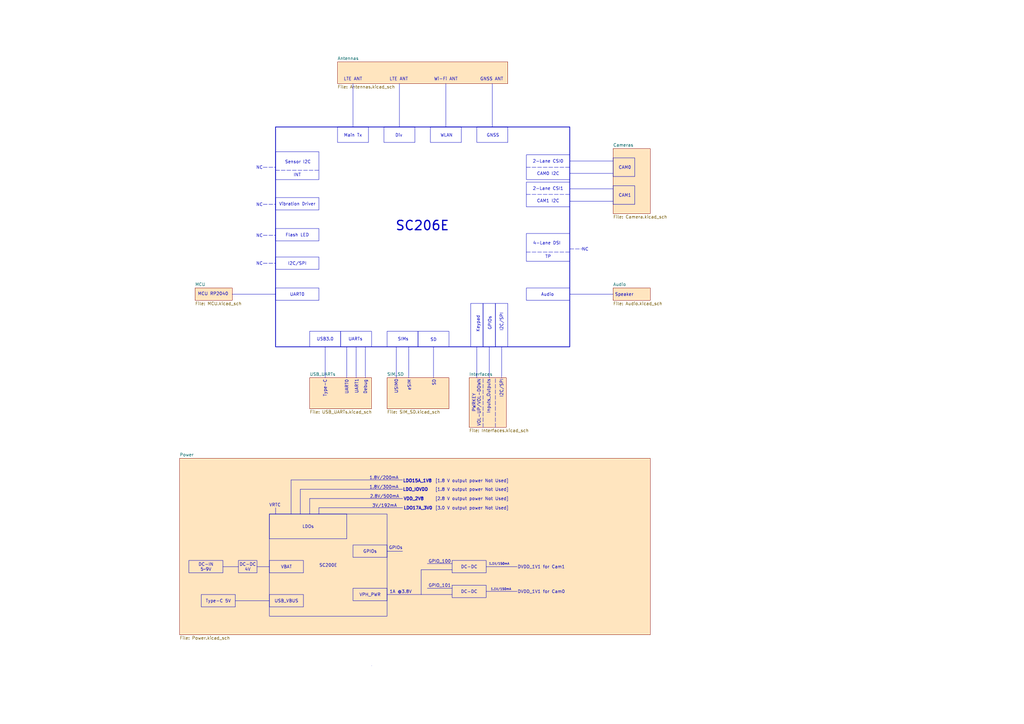
<source format=kicad_sch>
(kicad_sch
	(version 20250114)
	(generator "eeschema")
	(generator_version "9.0")
	(uuid "38605b01-fdd9-41de-8a8b-501279ee3e8a")
	(paper "A3")
	(title_block
		(title "Block Diagram")
		(date "2025-10-07")
		(rev "v1.0")
		(company "Author: Mehmet Cihangir")
		(comment 1 "CamTracker")
	)
	(lib_symbols)
	(rectangle
		(start 203.2 142.24)
		(end 208.28 124.46)
		(stroke
			(width 0)
			(type default)
		)
		(fill
			(type none)
		)
		(uuid 06eb6bfd-6b87-4fdf-be9b-5b30587b9ac8)
	)
	(rectangle
		(start 215.9 95.758)
		(end 233.68 107.188)
		(stroke
			(width 0)
			(type default)
		)
		(fill
			(type none)
		)
		(uuid 08a15d82-fb27-4680-809c-a36d40f2b2ca)
	)
	(rectangle
		(start 215.9 63.5)
		(end 233.68 73.66)
		(stroke
			(width 0)
			(type default)
		)
		(fill
			(type none)
		)
		(uuid 0d4a0147-171c-4226-a122-7528edbc5801)
	)
	(rectangle
		(start 251.46 64.77)
		(end 260.35 72.39)
		(stroke
			(width 0)
			(type default)
		)
		(fill
			(type none)
		)
		(uuid 0f2785e8-6032-4b30-8c84-28a6ce86873b)
	)
	(rectangle
		(start 157.48 52.07)
		(end 170.18 58.42)
		(stroke
			(width 0)
			(type default)
		)
		(fill
			(type none)
		)
		(uuid 1a9399be-39ee-47e5-ab7a-3cffcf5ffb18)
	)
	(rectangle
		(start 127 135.89)
		(end 139.7 142.24)
		(stroke
			(width 0)
			(type default)
		)
		(fill
			(type none)
		)
		(uuid 35c707c8-ceba-45cd-8350-77a6091fd2d5)
	)
	(rectangle
		(start 138.43 52.07)
		(end 151.13 58.42)
		(stroke
			(width 0)
			(type default)
		)
		(fill
			(type none)
		)
		(uuid 3a665ecc-6b77-4016-b0aa-e32053c2a810)
	)
	(rectangle
		(start 193.04 142.24)
		(end 198.12 124.46)
		(stroke
			(width 0)
			(type default)
		)
		(fill
			(type none)
		)
		(uuid 42dedb4e-8c15-4060-9615-c76912339b02)
	)
	(rectangle
		(start 195.58 52.07)
		(end 208.28 58.42)
		(stroke
			(width 0)
			(type default)
		)
		(fill
			(type none)
		)
		(uuid 48fa00a0-befa-4039-97ee-d145857ccf24)
	)
	(rectangle
		(start 171.45 135.89)
		(end 184.15 142.24)
		(stroke
			(width 0)
			(type default)
		)
		(fill
			(type none)
		)
		(uuid 4b0ff5cf-6b63-4cc1-bd01-308592269784)
	)
	(rectangle
		(start 198.12 142.24)
		(end 203.2 124.46)
		(stroke
			(width 0)
			(type default)
		)
		(fill
			(type none)
		)
		(uuid 5f378be5-25c8-4c26-98f6-5392dda29f32)
	)
	(rectangle
		(start 113.03 93.726)
		(end 130.81 98.806)
		(stroke
			(width 0)
			(type default)
		)
		(fill
			(type none)
		)
		(uuid 60bd649b-5a24-410f-9e41-159b4ef5672b)
	)
	(rectangle
		(start 113.03 62.23)
		(end 130.81 73.66)
		(stroke
			(width 0)
			(type default)
		)
		(fill
			(type none)
		)
		(uuid 636512c8-ead9-46ea-9470-04c6efdd326a)
	)
	(rectangle
		(start 251.46 76.2)
		(end 260.35 83.82)
		(stroke
			(width 0)
			(type default)
		)
		(fill
			(type none)
		)
		(uuid 6b629262-0e48-4d4f-bd58-f25d5554477f)
	)
	(rectangle
		(start 113.03 52.07)
		(end 233.68 142.24)
		(stroke
			(width 0.3048)
			(type solid)
		)
		(fill
			(type none)
		)
		(uuid 7ca802a5-416c-4b3e-b4fc-b970288bec98)
	)
	(rectangle
		(start 215.9 118.11)
		(end 233.68 123.19)
		(stroke
			(width 0)
			(type default)
		)
		(fill
			(type none)
		)
		(uuid 83821aeb-451c-4d79-a0cd-ed86e59b3390)
	)
	(rectangle
		(start 139.7 135.89)
		(end 152.4 142.24)
		(stroke
			(width 0)
			(type default)
		)
		(fill
			(type none)
		)
		(uuid 88b0957f-274c-49a5-b084-9bbcc75d5bfe)
	)
	(rectangle
		(start 215.9 74.676)
		(end 233.68 84.836)
		(stroke
			(width 0)
			(type default)
		)
		(fill
			(type none)
		)
		(uuid ac9547ea-1705-4565-9c8d-372460fe09a3)
	)
	(rectangle
		(start 158.75 135.89)
		(end 171.45 142.24)
		(stroke
			(width 0)
			(type default)
		)
		(fill
			(type none)
		)
		(uuid b56df447-4b05-4dbf-b5f8-c31e75a41301)
	)
	(rectangle
		(start 176.53 52.07)
		(end 189.23 58.42)
		(stroke
			(width 0)
			(type default)
		)
		(fill
			(type none)
		)
		(uuid e4e03e68-36e7-482e-9790-6371d5c46000)
	)
	(rectangle
		(start 113.03 81.026)
		(end 130.81 86.106)
		(stroke
			(width 0)
			(type default)
		)
		(fill
			(type none)
		)
		(uuid f8f2f039-b37f-4574-83e6-5756e7eddf80)
	)
	(text "PWRKEY\nVOL-UP/VOL-DOWN"
		(exclude_from_sim no)
		(at 195.453 165.227 90)
		(effects
			(font
				(size 1.27 1.27)
			)
		)
		(uuid "0075fe2a-816b-4581-8acd-d52dd1d603a3")
	)
	(text "SD"
		(exclude_from_sim no)
		(at 178.054 156.972 90)
		(effects
			(font
				(size 1.27 1.27)
			)
		)
		(uuid "0a146882-3e14-4086-b061-3891da171c32")
	)
	(text "NC"
		(exclude_from_sim no)
		(at 106.426 84.074 0)
		(effects
			(font
				(size 1.27 1.27)
			)
		)
		(uuid "0a6a5175-96a1-4c5e-bde1-689839890654")
	)
	(text "LDO17A_3V0"
		(exclude_from_sim no)
		(at 171.45 208.534 0)
		(effects
			(font
				(size 1.27 1.27)
				(thickness 0.254)
				(bold yes)
			)
		)
		(uuid "104b7630-b0cb-47b3-b62d-04c5c9e63893")
	)
	(text "UARTs"
		(exclude_from_sim no)
		(at 145.796 139.192 0)
		(effects
			(font
				(size 1.27 1.27)
			)
		)
		(uuid "107d81e2-3c3c-4d1f-ad52-1f33a5bcbf1c")
	)
	(text "Debug"
		(exclude_from_sim no)
		(at 149.86 158.75 90)
		(effects
			(font
				(size 1.27 1.27)
			)
		)
		(uuid "15830d6f-67df-4e8d-8525-e8332c6d1b8a")
	)
	(text "GPIOs"
		(exclude_from_sim no)
		(at 162.306 224.79 0)
		(effects
			(font
				(size 1.27 1.27)
			)
		)
		(uuid "16893f3d-2d67-454e-84e4-6d8191fcbe78")
	)
	(text "I2C/SPI"
		(exclude_from_sim no)
		(at 205.74 132.08 90)
		(effects
			(font
				(size 1.27 1.27)
			)
		)
		(uuid "173c54ae-7b23-40e0-be93-4a9908a9c0ee")
	)
	(text "NC"
		(exclude_from_sim no)
		(at 106.426 96.774 0)
		(effects
			(font
				(size 1.27 1.27)
			)
		)
		(uuid "1b0b95ba-3685-4802-a42e-417a23611cea")
	)
	(text "GPIOs"
		(exclude_from_sim no)
		(at 200.914 132.588 90)
		(effects
			(font
				(size 1.27 1.27)
			)
		)
		(uuid "1bbfc23a-61d4-42bc-8502-a10789d29382")
	)
	(text "Inputs_Outputs"
		(exclude_from_sim no)
		(at 200.406 162.56 90)
		(effects
			(font
				(size 1.27 1.27)
			)
		)
		(uuid "1f8f0e20-b4b8-4c8f-a373-3531f2dfdf28")
	)
	(text "USIM0"
		(exclude_from_sim no)
		(at 162.56 158.496 90)
		(effects
			(font
				(size 1.27 1.27)
			)
		)
		(uuid "28e5411f-b9ec-44ee-9ad9-abddf650e013")
	)
	(text "CAM1"
		(exclude_from_sim no)
		(at 256.286 80.264 0)
		(effects
			(font
				(size 1.27 1.27)
			)
		)
		(uuid "2b016964-5c45-4e38-bd49-25fd3b25aea0")
	)
	(text "[1.8 V output power Not Used]"
		(exclude_from_sim no)
		(at 193.548 200.914 0)
		(effects
			(font
				(size 1.27 1.27)
			)
		)
		(uuid "2c69f848-c98a-4841-8048-8dbc88485154")
	)
	(text "[3.0 V output power Not Used]"
		(exclude_from_sim no)
		(at 193.548 208.534 0)
		(effects
			(font
				(size 1.27 1.27)
			)
		)
		(uuid "2cb26874-2a9a-48b1-a329-adffbc155700")
	)
	(text "MCU RP2040"
		(exclude_from_sim no)
		(at 87.376 120.65 0)
		(effects
			(font
				(size 1.27 1.27)
			)
		)
		(uuid "3318e384-b200-4d3c-8d2b-def59e642bbd")
	)
	(text "1.8V/300mA"
		(exclude_from_sim no)
		(at 157.48 199.898 0)
		(effects
			(font
				(size 1.27 1.27)
			)
		)
		(uuid "36fd9274-0d11-48d5-a960-63979f6b16ec")
	)
	(text "4-Lane DSI"
		(exclude_from_sim no)
		(at 224.282 99.822 0)
		(effects
			(font
				(size 1.27 1.27)
			)
		)
		(uuid "3b6a0596-e432-4192-8a0c-9ad34bf2757a")
	)
	(text "VRTC"
		(exclude_from_sim no)
		(at 112.776 207.264 0)
		(effects
			(font
				(size 1.27 1.27)
			)
		)
		(uuid "3bd18cf1-aeab-4f11-adf8-36af77ad0c53")
	)
	(text "NC"
		(exclude_from_sim no)
		(at 106.426 108.204 0)
		(effects
			(font
				(size 1.27 1.27)
			)
		)
		(uuid "3c63b2c0-6739-499b-9ad1-30e5bb558af2")
	)
	(text "1.1V/150mA"
		(exclude_from_sim no)
		(at 204.724 231.394 0)
		(effects
			(font
				(size 0.889 0.889)
			)
		)
		(uuid "3eb293cc-ff1e-43ec-8433-95c1d7145eca")
	)
	(text "UART0"
		(exclude_from_sim no)
		(at 142.24 158.75 90)
		(effects
			(font
				(size 1.27 1.27)
			)
		)
		(uuid "44702697-aba5-49bb-969a-c8dafe5ecf2b")
	)
	(text "I2C/SPI"
		(exclude_from_sim no)
		(at 205.74 159.258 90)
		(effects
			(font
				(size 1.27 1.27)
			)
		)
		(uuid "4c77fd21-b7db-4715-b60b-7161e58296a0")
	)
	(text "USB3.0"
		(exclude_from_sim no)
		(at 133.35 139.192 0)
		(effects
			(font
				(size 1.27 1.27)
			)
		)
		(uuid "54875977-6515-4752-81ba-0072fb358c72")
	)
	(text "SC206E"
		(exclude_from_sim no)
		(at 173.228 92.71 0)
		(effects
			(font
				(size 3.81 3.81)
				(thickness 0.508)
				(bold yes)
			)
		)
		(uuid "550c6ec5-f9ef-4774-92ec-29ce66ebfd93")
	)
	(text "1A @3.8V"
		(exclude_from_sim no)
		(at 164.338 242.824 0)
		(effects
			(font
				(size 1.27 1.27)
			)
		)
		(uuid "580c0e46-7373-403b-90a1-6c6bfb30ad96")
	)
	(text "Type-C"
		(exclude_from_sim no)
		(at 133.35 159.258 90)
		(effects
			(font
				(size 1.27 1.27)
			)
		)
		(uuid "584e4fa7-d4f9-49c1-a1c4-61d70bf62f1a")
	)
	(text "TP"
		(exclude_from_sim no)
		(at 224.79 105.41 0)
		(effects
			(font
				(size 1.27 1.27)
			)
		)
		(uuid "60546a89-5b18-4fdf-ae6e-780dfb18194f")
	)
	(text "CAM0"
		(exclude_from_sim no)
		(at 256.286 68.834 0)
		(effects
			(font
				(size 1.27 1.27)
			)
		)
		(uuid "6057ccb1-906b-4ba9-b6ef-2658736e0397")
	)
	(text "eSIM"
		(exclude_from_sim no)
		(at 167.894 157.988 90)
		(effects
			(font
				(size 1.27 1.27)
			)
		)
		(uuid "683f96df-bb13-413f-bdb9-2a8fe32f6c2c")
	)
	(text "2.8V/500mA"
		(exclude_from_sim no)
		(at 157.734 203.708 0)
		(effects
			(font
				(size 1.27 1.27)
			)
		)
		(uuid "6c66d4a4-70ab-4e79-8197-4030d2d33cf9")
	)
	(text "Vibration Driver"
		(exclude_from_sim no)
		(at 121.92 83.82 0)
		(effects
			(font
				(size 1.27 1.27)
			)
		)
		(uuid "6e65d97c-ad12-4d64-bcfc-9318b5b6917d")
	)
	(text "2-Lane CSI1"
		(exclude_from_sim no)
		(at 224.79 77.47 0)
		(effects
			(font
				(size 1.27 1.27)
			)
		)
		(uuid "7238f46b-1eff-48f8-b03f-1e2880d90dd1")
	)
	(text "Main Tx"
		(exclude_from_sim no)
		(at 144.78 55.626 0)
		(effects
			(font
				(size 1.27 1.27)
			)
		)
		(uuid "7666f055-c3db-417e-8cf9-5b6fa5ae4aa9")
	)
	(text "Speaker"
		(exclude_from_sim no)
		(at 256.032 120.904 0)
		(effects
			(font
				(size 1.27 1.27)
			)
		)
		(uuid "7c3aa9e1-814d-4cbd-a92b-262e44e00217")
	)
	(text "DVDD_1V1 for Cam1"
		(exclude_from_sim no)
		(at 221.996 232.664 0)
		(effects
			(font
				(size 1.27 1.27)
			)
		)
		(uuid "7d14764e-36ab-4700-a04e-be3bbe7999fb")
	)
	(text "GNSS"
		(exclude_from_sim no)
		(at 202.184 55.626 0)
		(effects
			(font
				(size 1.27 1.27)
			)
		)
		(uuid "a0d3e525-fbfd-4acd-9f40-26c6568ae92b")
	)
	(text "VDD_2V8"
		(exclude_from_sim no)
		(at 169.672 204.724 0)
		(effects
			(font
				(size 1.27 1.27)
				(thickness 0.254)
				(bold yes)
			)
		)
		(uuid "a200d8cc-8d8f-450b-839b-1a4c18725bcb")
	)
	(text "2-Lane CSI0"
		(exclude_from_sim no)
		(at 224.79 66.294 0)
		(effects
			(font
				(size 1.27 1.27)
			)
		)
		(uuid "a7a6e95a-d455-417f-9279-116179022fd9")
	)
	(text "CAM1 I2C"
		(exclude_from_sim no)
		(at 224.79 82.55 0)
		(effects
			(font
				(size 1.27 1.27)
			)
		)
		(uuid "a921001a-faaf-48dd-924a-9731abc3d537")
	)
	(text "INT"
		(exclude_from_sim no)
		(at 121.92 71.882 0)
		(effects
			(font
				(size 1.27 1.27)
			)
		)
		(uuid "aa5f5744-55c3-40a2-be66-aad53ca4b18b")
	)
	(text "CAM0 I2C"
		(exclude_from_sim no)
		(at 224.79 71.374 0)
		(effects
			(font
				(size 1.27 1.27)
			)
		)
		(uuid "acca5271-9248-44ea-87ec-25a0297aea46")
	)
	(text "Div"
		(exclude_from_sim no)
		(at 163.576 55.626 0)
		(effects
			(font
				(size 1.27 1.27)
			)
		)
		(uuid "b233629c-5706-41dc-b586-7d81581fb291")
	)
	(text "Wi-Fi ANT"
		(exclude_from_sim no)
		(at 182.88 32.512 0)
		(effects
			(font
				(size 1.27 1.27)
			)
		)
		(uuid "b404f3f7-6ad9-44e1-85ba-404414ac8615")
	)
	(text "DVDD_1V1 for Cam0"
		(exclude_from_sim no)
		(at 221.996 242.824 0)
		(effects
			(font
				(size 1.27 1.27)
			)
		)
		(uuid "bb27352e-9b6b-491e-968b-e7e11b6b1a48")
	)
	(text "NC"
		(exclude_from_sim no)
		(at 106.426 68.834 0)
		(effects
			(font
				(size 1.27 1.27)
			)
		)
		(uuid "bcbd4e84-0eae-4584-9fa7-9ca38854cef1")
	)
	(text "[1.8 V output power Not Used]"
		(exclude_from_sim no)
		(at 193.548 197.358 0)
		(effects
			(font
				(size 1.27 1.27)
			)
		)
		(uuid "bfd66604-0c69-4b70-8f9b-dcb5b8278caf")
	)
	(text "UART1"
		(exclude_from_sim no)
		(at 146.304 158.496 90)
		(effects
			(font
				(size 1.27 1.27)
			)
		)
		(uuid "c0da1935-375a-413b-9c9f-79d0226f7f3e")
	)
	(text "SD"
		(exclude_from_sim no)
		(at 177.8 139.446 0)
		(effects
			(font
				(size 1.27 1.27)
			)
		)
		(uuid "c38a4ddb-1751-41cd-9620-45ed70a0e9fe")
	)
	(text "LDO_IOVDD"
		(exclude_from_sim no)
		(at 170.434 200.914 0)
		(effects
			(font
				(size 1.27 1.27)
				(thickness 0.254)
				(bold yes)
			)
		)
		(uuid "c763331c-c463-4772-8d4a-f5193f3068bb")
	)
	(text "SIMs"
		(exclude_from_sim no)
		(at 165.354 139.192 0)
		(effects
			(font
				(size 1.27 1.27)
			)
		)
		(uuid "d1fd96d0-af0b-4e98-8f8d-e3bf4f57c062")
	)
	(text "3V/192mA"
		(exclude_from_sim no)
		(at 157.734 207.518 0)
		(effects
			(font
				(size 1.27 1.27)
			)
		)
		(uuid "d22cf34a-5091-4ba4-a60e-11a003f5ec91")
	)
	(text "Flash LED"
		(exclude_from_sim no)
		(at 121.92 96.52 0)
		(effects
			(font
				(size 1.27 1.27)
			)
		)
		(uuid "da4605f2-9a29-48bf-b7c5-e24e9068ba15")
	)
	(text "LDO15A_1V8"
		(exclude_from_sim no)
		(at 171.196 197.358 0)
		(effects
			(font
				(size 1.27 1.27)
				(thickness 0.254)
				(bold yes)
			)
		)
		(uuid "dc9dd6df-2442-49f9-b2e4-99ba7d04ca4c")
	)
	(text "Sensor I2C"
		(exclude_from_sim no)
		(at 122.174 66.548 0)
		(effects
			(font
				(size 1.27 1.27)
			)
		)
		(uuid "de2a91d4-d3c0-4584-ba94-1312302b377a")
	)
	(text "Audio"
		(exclude_from_sim no)
		(at 224.536 120.904 0)
		(effects
			(font
				(size 1.27 1.27)
			)
		)
		(uuid "e7d91fed-fe1f-483c-91a2-b0fe834fb5e9")
	)
	(text "Keypad"
		(exclude_from_sim no)
		(at 196.088 132.842 90)
		(effects
			(font
				(size 1.27 1.27)
			)
		)
		(uuid "e9abe69a-57a0-4c26-8f93-940ee22cdc5f")
	)
	(text "GPIO_100"
		(exclude_from_sim no)
		(at 180.34 230.378 0)
		(effects
			(font
				(size 1.27 1.27)
			)
		)
		(uuid "e9c7d98b-079f-400f-b86a-ed3116d2c663")
	)
	(text "GNSS ANT"
		(exclude_from_sim no)
		(at 201.676 32.512 0)
		(effects
			(font
				(size 1.27 1.27)
			)
		)
		(uuid "edc5bbfa-6ae0-4ff2-b6df-5eb9513fd520")
	)
	(text "1.1V/150mA"
		(exclude_from_sim no)
		(at 205.486 241.808 0)
		(effects
			(font
				(size 0.889 0.889)
			)
		)
		(uuid "ee9b91cf-a1a5-4c71-a074-d774b6544842")
	)
	(text "LTE ANT"
		(exclude_from_sim no)
		(at 144.78 32.512 0)
		(effects
			(font
				(size 1.27 1.27)
			)
		)
		(uuid "eee3f226-d805-49d3-934c-e08416225785")
	)
	(text "1.8V/200mA"
		(exclude_from_sim no)
		(at 157.48 196.088 0)
		(effects
			(font
				(size 1.27 1.27)
			)
		)
		(uuid "ef49ab65-6ebc-4ef1-b29a-9d2d24360198")
	)
	(text "[2.8 V output power Not Used]"
		(exclude_from_sim no)
		(at 193.548 204.724 0)
		(effects
			(font
				(size 1.27 1.27)
			)
		)
		(uuid "ef866ca0-8896-4c55-aa99-803ffea875d5")
	)
	(text "LTE ANT"
		(exclude_from_sim no)
		(at 163.576 32.512 0)
		(effects
			(font
				(size 1.27 1.27)
			)
		)
		(uuid "efee0043-ef9b-4edb-927e-1bb2e79c6d44")
	)
	(text "GPIO_101"
		(exclude_from_sim no)
		(at 180.34 240.284 0)
		(effects
			(font
				(size 1.27 1.27)
			)
		)
		(uuid "f4b1b611-f26f-44fc-8c91-61a9d3b02e96")
	)
	(text "WLAN"
		(exclude_from_sim no)
		(at 183.134 55.626 0)
		(effects
			(font
				(size 1.27 1.27)
			)
		)
		(uuid "f9ad30d0-d07d-4c33-8864-f0762c4714b5")
	)
	(text "NC"
		(exclude_from_sim no)
		(at 240.03 102.362 0)
		(effects
			(font
				(size 1.27 1.27)
			)
		)
		(uuid "fdc5d4c9-2769-46b0-8973-dfec37b78712")
	)
	(text_box "I2C/SPI"
		(exclude_from_sim no)
		(at 113.03 105.41 0)
		(size 17.78 5.08)
		(margins 0.9525 0.9525 0.9525 0.9525)
		(stroke
			(width 0)
			(type default)
		)
		(fill
			(type none)
		)
		(effects
			(font
				(size 1.27 1.27)
			)
		)
		(uuid "17b10c65-cc4f-47cb-b498-9252283f8424")
	)
	(text_box ""
		(exclude_from_sim no)
		(at 152.4 273.05 0)
		(size 0 0)
		(margins 0.9525 0.9525 0.9525 0.9525)
		(stroke
			(width 0)
			(type default)
		)
		(fill
			(type none)
		)
		(effects
			(font
				(size 1.27 1.27)
			)
		)
		(uuid "2dd550e3-1c52-429f-86ae-ecca520c06c5")
	)
	(text_box "VBAT"
		(exclude_from_sim no)
		(at 110.49 229.87 0)
		(size 13.97 5.08)
		(margins 0.9525 0.9525 0.9525 0.9525)
		(stroke
			(width 0)
			(type default)
		)
		(fill
			(type none)
		)
		(effects
			(font
				(size 1.27 1.27)
			)
		)
		(uuid "34db5269-fd93-4d6b-8f01-da403717fcdc")
	)
	(text_box "USB_VBUS"
		(exclude_from_sim no)
		(at 110.49 243.84 0)
		(size 13.97 5.08)
		(margins 0.9525 0.9525 0.9525 0.9525)
		(stroke
			(width 0)
			(type default)
		)
		(fill
			(type none)
		)
		(effects
			(font
				(size 1.27 1.27)
			)
		)
		(uuid "36e98efe-60e7-423f-9544-108dfdaad48b")
	)
	(text_box "LDOs"
		(exclude_from_sim no)
		(at 110.49 210.82 0)
		(size 31.75 10.16)
		(margins 0.9525 0.9525 0.9525 0.9525)
		(stroke
			(width 0)
			(type default)
		)
		(fill
			(type none)
		)
		(effects
			(font
				(size 1.27 1.27)
			)
		)
		(uuid "49c4df8e-964e-4003-8a7b-feb1e1be9555")
	)
	(text_box "DC-DC"
		(exclude_from_sim no)
		(at 185.42 240.03 0)
		(size 13.97 5.08)
		(margins 0.9525 0.9525 0.9525 0.9525)
		(stroke
			(width 0)
			(type default)
		)
		(fill
			(type none)
		)
		(effects
			(font
				(size 1.27 1.27)
			)
		)
		(uuid "508b8929-19f7-4fd3-9635-7755b4baf8e9")
	)
	(text_box "SC200E"
		(exclude_from_sim no)
		(at 110.49 210.82 0)
		(size 48.26 41.91)
		(margins 0.9525 0.9525 0.9525 0.9525)
		(stroke
			(width 0)
			(type default)
		)
		(fill
			(type none)
		)
		(effects
			(font
				(size 1.27 1.27)
			)
		)
		(uuid "606a3084-e998-45f6-b0a0-a2bacd369603")
	)
	(text_box "GPIOs"
		(exclude_from_sim no)
		(at 144.78 223.52 0)
		(size 13.97 5.08)
		(margins 0.9525 0.9525 0.9525 0.9525)
		(stroke
			(width 0)
			(type default)
		)
		(fill
			(type none)
		)
		(effects
			(font
				(size 1.27 1.27)
			)
		)
		(uuid "6e125414-9d1d-415b-a5a2-955a244aa856")
	)
	(text_box "DC-DC"
		(exclude_from_sim no)
		(at 185.42 229.87 0)
		(size 13.97 5.08)
		(margins 0.9525 0.9525 0.9525 0.9525)
		(stroke
			(width 0)
			(type default)
		)
		(fill
			(type none)
		)
		(effects
			(font
				(size 1.27 1.27)
			)
		)
		(uuid "7d0284e5-f45d-4437-abda-eaf69db65a34")
	)
	(text_box "Type-C 5V"
		(exclude_from_sim no)
		(at 82.55 243.84 0)
		(size 13.97 5.08)
		(margins 0.9525 0.9525 0.9525 0.9525)
		(stroke
			(width 0)
			(type default)
		)
		(fill
			(type none)
		)
		(effects
			(font
				(size 1.27 1.27)
			)
		)
		(uuid "80431723-6f44-4217-8665-fca8150657b7")
	)
	(text_box "DC-IN\n5~9V"
		(exclude_from_sim no)
		(at 77.47 229.87 0)
		(size 13.97 5.08)
		(margins 0.9525 0.9525 0.9525 0.9525)
		(stroke
			(width 0)
			(type default)
		)
		(fill
			(type none)
		)
		(effects
			(font
				(size 1.27 1.27)
			)
		)
		(uuid "9c8d1ccf-5e9d-4ffb-abe6-77d977826087")
	)
	(text_box "UART0"
		(exclude_from_sim no)
		(at 113.03 118.11 0)
		(size 17.78 5.08)
		(margins 0.9525 0.9525 0.9525 0.9525)
		(stroke
			(width 0)
			(type solid)
		)
		(fill
			(type none)
		)
		(effects
			(font
				(size 1.27 1.27)
			)
		)
		(uuid "c5dc3420-a077-489f-8b70-1fece282d7ff")
	)
	(text_box "DC-DC \n4V"
		(exclude_from_sim no)
		(at 97.79 229.87 0)
		(size 7.62 5.08)
		(margins 0.9525 0.9525 0.9525 0.9525)
		(stroke
			(width 0)
			(type default)
		)
		(fill
			(type none)
		)
		(effects
			(font
				(size 1.27 1.27)
			)
		)
		(uuid "cd0a6974-34e1-4b8e-9bea-a3f91bad7323")
	)
	(text_box "VPH_PWR"
		(exclude_from_sim no)
		(at 144.78 241.3 0)
		(size 13.97 5.08)
		(margins 0.9525 0.9525 0.9525 0.9525)
		(stroke
			(width 0)
			(type default)
		)
		(fill
			(type none)
		)
		(effects
			(font
				(size 1.27 1.27)
			)
		)
		(uuid "fb004380-c7e3-4747-b7e0-2170a4ff0fce")
	)
	(polyline
		(pts
			(xy 95.25 120.65) (xy 113.03 120.65)
		)
		(stroke
			(width 0)
			(type default)
		)
		(uuid "03f481b9-8f3f-468f-a82c-e7d12f758240")
	)
	(polyline
		(pts
			(xy 233.68 77.47) (xy 251.46 77.47)
		)
		(stroke
			(width 0)
			(type default)
		)
		(uuid "04f9f52d-fdf5-46fc-bb9a-b5275ad59cce")
	)
	(polyline
		(pts
			(xy 107.95 68.58) (xy 113.03 68.58)
		)
		(stroke
			(width 0)
			(type dash)
		)
		(uuid "05395676-43e0-4dbe-b5ce-c8fcd46f182e")
	)
	(polyline
		(pts
			(xy 119.38 196.85) (xy 119.38 210.82)
		)
		(stroke
			(width 0)
			(type default)
		)
		(uuid "09ea7ca7-3dae-4242-8694-52bd496d194e")
	)
	(polyline
		(pts
			(xy 199.39 232.41) (xy 212.09 232.41)
		)
		(stroke
			(width 0)
			(type default)
		)
		(uuid "1213dc98-d290-4795-9789-3b43e2fb9d9c")
	)
	(polyline
		(pts
			(xy 172.72 243.84) (xy 172.72 233.68)
		)
		(stroke
			(width 0)
			(type default)
		)
		(uuid "142d08a8-42ac-4d89-a652-74caac9480df")
	)
	(polyline
		(pts
			(xy 172.72 233.68) (xy 185.42 233.68)
		)
		(stroke
			(width 0)
			(type default)
		)
		(uuid "174f1c2a-982c-4a9c-b8a9-4b1c55bdda7a")
	)
	(polyline
		(pts
			(xy 201.93 34.29) (xy 201.93 52.07)
		)
		(stroke
			(width 0)
			(type default)
		)
		(uuid "1af7ba48-6eb4-496e-83c6-8953f7ef0141")
	)
	(polyline
		(pts
			(xy 165.1 200.66) (xy 123.19 200.66)
		)
		(stroke
			(width 0)
			(type default)
		)
		(uuid "2a8e1b04-4c93-4e84-b072-676f128d20bc")
	)
	(polyline
		(pts
			(xy 144.78 34.29) (xy 144.78 52.07)
		)
		(stroke
			(width 0)
			(type default)
		)
		(uuid "2d098c33-ca38-4a03-81f0-2bdb01154245")
	)
	(polyline
		(pts
			(xy 167.64 142.24) (xy 167.64 154.94)
		)
		(stroke
			(width 0)
			(type default)
		)
		(uuid "2dab1471-3ac4-4cb8-af5c-ed47a8c1ef62")
	)
	(polyline
		(pts
			(xy 96.52 246.38) (xy 110.49 246.38)
		)
		(stroke
			(width 0)
			(type default)
		)
		(uuid "2e54e8ad-b8f9-439e-98f2-e8183d398ae7")
	)
	(polyline
		(pts
			(xy 107.95 107.95) (xy 113.03 107.95)
		)
		(stroke
			(width 0)
			(type dash)
		)
		(uuid "343f2a1c-498e-43a1-a2dc-501e075e85ff")
	)
	(polyline
		(pts
			(xy 182.88 34.29) (xy 182.88 52.07)
		)
		(stroke
			(width 0)
			(type default)
		)
		(uuid "3f44b786-6b2b-4823-b483-ba1feb22e3af")
	)
	(polyline
		(pts
			(xy 146.05 142.24) (xy 146.05 154.94)
		)
		(stroke
			(width 0)
			(type default)
		)
		(uuid "452e8b75-7b45-4353-8e67-09eb9d155584")
	)
	(polyline
		(pts
			(xy 233.68 102.108) (xy 238.76 102.108)
		)
		(stroke
			(width 0)
			(type dash)
		)
		(uuid "45425d9f-9e8b-4b1a-ad0f-7e00235e92c9")
	)
	(polyline
		(pts
			(xy 215.9 79.756) (xy 233.68 79.756)
		)
		(stroke
			(width 0)
			(type dash)
		)
		(uuid "497a557a-cdcd-41ea-a457-f15ad7b62214")
	)
	(polyline
		(pts
			(xy 198.12 175.26) (xy 198.12 154.94)
		)
		(stroke
			(width 0)
			(type dash)
		)
		(uuid "4fa6ef4d-cecd-4156-9f85-a50a73d09480")
	)
	(polyline
		(pts
			(xy 233.68 71.12) (xy 251.46 71.12)
		)
		(stroke
			(width 0)
			(type default)
		)
		(uuid "511208c5-7e8a-4195-8979-460fc0a4d88b")
	)
	(polyline
		(pts
			(xy 107.95 83.82) (xy 113.03 83.82)
		)
		(stroke
			(width 0)
			(type dash)
		)
		(uuid "58934c29-879c-47fa-8bcf-b02d062a545c")
	)
	(polyline
		(pts
			(xy 205.74 154.94) (xy 205.74 142.24)
		)
		(stroke
			(width 0)
			(type default)
		)
		(uuid "6a30f593-77bb-4210-9d20-6f8b627f7481")
	)
	(polyline
		(pts
			(xy 200.66 154.94) (xy 200.66 142.24)
		)
		(stroke
			(width 0)
			(type default)
		)
		(uuid "6c149e4c-0fc0-4914-85bb-5ccc16b9831e")
	)
	(polyline
		(pts
			(xy 199.39 242.57) (xy 212.09 242.57)
		)
		(stroke
			(width 0)
			(type default)
		)
		(uuid "6e880d33-440b-43bf-ab05-2f715f70af82")
	)
	(polyline
		(pts
			(xy 123.19 200.66) (xy 123.19 210.82)
		)
		(stroke
			(width 0)
			(type default)
		)
		(uuid "6ee53dff-f088-41b3-bf81-1dd7deda7eed")
	)
	(polyline
		(pts
			(xy 233.68 66.04) (xy 251.46 66.04)
		)
		(stroke
			(width 0)
			(type default)
		)
		(uuid "6ee76d38-e76b-48c9-b3a5-b57680c05eab")
	)
	(polyline
		(pts
			(xy 175.26 231.14) (xy 185.42 231.14)
		)
		(stroke
			(width 0)
			(type default)
		)
		(uuid "73a18a39-ca94-4c19-a2af-4a63a645a012")
	)
	(polyline
		(pts
			(xy 158.75 226.06) (xy 165.1 226.06)
		)
		(stroke
			(width 0)
			(type default)
		)
		(uuid "7b63a787-876b-4ece-8722-f9359b078e85")
	)
	(polyline
		(pts
			(xy 165.1 204.47) (xy 127 204.47)
		)
		(stroke
			(width 0)
			(type default)
		)
		(uuid "7f0716fe-2b6a-49b0-b5b7-f7ed1627752b")
	)
	(polyline
		(pts
			(xy 203.2 175.26) (xy 203.2 154.94)
		)
		(stroke
			(width 0)
			(type dash)
		)
		(uuid "82340576-99ae-4967-93bd-4dbc879c8c95")
	)
	(polyline
		(pts
			(xy 163.83 34.29) (xy 163.83 52.07)
		)
		(stroke
			(width 0)
			(type default)
		)
		(uuid "860bf4eb-6c94-42c7-84c4-6ec8c8b361fa")
	)
	(polyline
		(pts
			(xy 91.44 232.41) (xy 97.79 232.41)
		)
		(stroke
			(width 0)
			(type default)
		)
		(uuid "869b5c63-8a4c-4344-bbff-fc0dc55d3736")
	)
	(polyline
		(pts
			(xy 165.1 196.85) (xy 119.38 196.85)
		)
		(stroke
			(width 0)
			(type default)
		)
		(uuid "921d99b8-2e78-44c9-b196-ad166ae4d4e6")
	)
	(polyline
		(pts
			(xy 149.86 142.24) (xy 149.86 154.94)
		)
		(stroke
			(width 0)
			(type default)
		)
		(uuid "9f17f751-96da-4747-bf5f-33de0777914d")
	)
	(polyline
		(pts
			(xy 105.41 232.41) (xy 110.49 232.41)
		)
		(stroke
			(width 0)
			(type default)
		)
		(uuid "a205ce4a-3819-4db9-956c-0875ca905883")
	)
	(polyline
		(pts
			(xy 130.81 208.28) (xy 130.81 210.82)
		)
		(stroke
			(width 0)
			(type default)
		)
		(uuid "a45187c2-6e69-4f43-b579-fa4aedf8d6b4")
	)
	(polyline
		(pts
			(xy 177.8 142.24) (xy 177.8 154.94)
		)
		(stroke
			(width 0)
			(type default)
		)
		(uuid "af609255-cc7c-45ea-8bb9-f056cd302a93")
	)
	(polyline
		(pts
			(xy 195.58 154.94) (xy 195.58 142.24)
		)
		(stroke
			(width 0)
			(type default)
		)
		(uuid "b36d28f9-ca5c-4eb6-9fc5-1a008b7958d0")
	)
	(polyline
		(pts
			(xy 162.56 142.24) (xy 162.56 154.94)
		)
		(stroke
			(width 0)
			(type default)
		)
		(uuid "b4734152-03b3-4812-b56c-13dd2963375d")
	)
	(polyline
		(pts
			(xy 158.75 243.84) (xy 185.42 243.84)
		)
		(stroke
			(width 0)
			(type default)
		)
		(uuid "ba56607c-1fc5-4ee8-9188-4cddc891c73d")
	)
	(polyline
		(pts
			(xy 127 204.47) (xy 127 210.82)
		)
		(stroke
			(width 0)
			(type default)
		)
		(uuid "bda35ed6-9fdc-4722-8778-e1d431d85d83")
	)
	(polyline
		(pts
			(xy 142.24 142.24) (xy 142.24 154.94)
		)
		(stroke
			(width 0)
			(type default)
		)
		(uuid "c545e1eb-8c79-4407-8782-04a561df6aff")
	)
	(polyline
		(pts
			(xy 165.1 208.28) (xy 130.81 208.28)
		)
		(stroke
			(width 0)
			(type default)
		)
		(uuid "c66a2d7d-738e-4f74-9e74-44c72186059c")
	)
	(polyline
		(pts
			(xy 113.03 208.28) (xy 113.03 210.82)
		)
		(stroke
			(width 0)
			(type default)
		)
		(uuid "c9fc7b97-dd81-4960-aca9-7125cd9fd3f5")
	)
	(polyline
		(pts
			(xy 175.26 241.3) (xy 185.42 241.3)
		)
		(stroke
			(width 0)
			(type default)
		)
		(uuid "d5c96aeb-05a2-4fc3-9240-10fd4ea4d6de")
	)
	(polyline
		(pts
			(xy 113.03 69.85) (xy 130.81 69.85)
		)
		(stroke
			(width 0)
			(type dash)
		)
		(uuid "dbaa25a9-d393-4416-b456-e57a5aabdf8d")
	)
	(polyline
		(pts
			(xy 215.9 68.58) (xy 233.68 68.58)
		)
		(stroke
			(width 0)
			(type dash)
		)
		(uuid "de99de27-3e5f-4d21-bdd2-636a051f8962")
	)
	(polyline
		(pts
			(xy 215.9 103.378) (xy 233.68 103.378)
		)
		(stroke
			(width 0)
			(type dash)
		)
		(uuid "eb469492-60e8-42a6-8790-61987b82a302")
	)
	(polyline
		(pts
			(xy 133.35 142.24) (xy 133.35 154.94)
		)
		(stroke
			(width 0)
			(type default)
		)
		(uuid "ed5c5104-6953-4663-b9b6-970c47ca8fe4")
	)
	(polyline
		(pts
			(xy 233.68 120.65) (xy 251.46 120.65)
		)
		(stroke
			(width 0)
			(type default)
		)
		(uuid "fe2372c5-317f-43ba-96ca-3fcded829d16")
	)
	(polyline
		(pts
			(xy 107.95 96.52) (xy 113.03 96.52)
		)
		(stroke
			(width 0)
			(type dash)
		)
		(uuid "fe394690-4705-4638-90e8-efd0db42880f")
	)
	(polyline
		(pts
			(xy 233.68 82.55) (xy 251.46 82.55)
		)
		(stroke
			(width 0)
			(type default)
		)
		(uuid "ffeb1e3a-cc08-457d-abb1-b9682742fcfa")
	)
	(sheet
		(at 73.66 187.96)
		(size 193.04 72.39)
		(exclude_from_sim no)
		(in_bom yes)
		(on_board yes)
		(dnp no)
		(fields_autoplaced yes)
		(stroke
			(width 0.1524)
			(type solid)
		)
		(fill
			(color 255 229 191 1.0000)
		)
		(uuid "04241d8f-a156-493c-8d6a-b2fd4005e365")
		(property "Sheetname" "Power"
			(at 73.66 187.2484 0)
			(effects
				(font
					(size 1.27 1.27)
				)
				(justify left bottom)
			)
		)
		(property "Sheetfile" "Power.kicad_sch"
			(at 73.66 260.9346 0)
			(effects
				(font
					(size 1.27 1.27)
				)
				(justify left top)
			)
		)
		(instances
			(project "CamTracker"
				(path "/38605b01-fdd9-41de-8a8b-501279ee3e8a"
					(page "2")
				)
			)
		)
	)
	(sheet
		(at 251.46 118.11)
		(size 15.24 5.08)
		(exclude_from_sim no)
		(in_bom yes)
		(on_board yes)
		(dnp no)
		(fields_autoplaced yes)
		(stroke
			(width 0.1524)
			(type solid)
		)
		(fill
			(color 255 229 191 1.0000)
		)
		(uuid "1ec53349-8bf2-45b6-9aa4-0ef061fc8a4d")
		(property "Sheetname" "Audio"
			(at 251.46 117.3984 0)
			(effects
				(font
					(size 1.27 1.27)
				)
				(justify left bottom)
			)
		)
		(property "Sheetfile" "Audio.kicad_sch"
			(at 251.46 123.7746 0)
			(effects
				(font
					(size 1.27 1.27)
				)
				(justify left top)
			)
		)
		(instances
			(project "CamTracker"
				(path "/38605b01-fdd9-41de-8a8b-501279ee3e8a"
					(page "6")
				)
			)
		)
	)
	(sheet
		(at 138.43 25.4)
		(size 69.85 8.89)
		(exclude_from_sim no)
		(in_bom yes)
		(on_board yes)
		(dnp no)
		(fields_autoplaced yes)
		(stroke
			(width 0.1524)
			(type solid)
		)
		(fill
			(color 255 229 191 1.0000)
		)
		(uuid "373f33e2-7aee-45a5-8557-24b7dea83b68")
		(property "Sheetname" "Antennas"
			(at 138.43 24.6884 0)
			(effects
				(font
					(size 1.27 1.27)
				)
				(justify left bottom)
			)
		)
		(property "Sheetfile" "Antennas.kicad_sch"
			(at 138.43 34.8746 0)
			(effects
				(font
					(size 1.27 1.27)
				)
				(justify left top)
			)
		)
		(instances
			(project "CamTracker"
				(path "/38605b01-fdd9-41de-8a8b-501279ee3e8a"
					(page "8")
				)
			)
		)
	)
	(sheet
		(at 158.75 154.94)
		(size 25.4 12.7)
		(exclude_from_sim no)
		(in_bom yes)
		(on_board yes)
		(dnp no)
		(fields_autoplaced yes)
		(stroke
			(width 0.1524)
			(type solid)
		)
		(fill
			(color 255 229 191 1.0000)
		)
		(uuid "3c2aa49b-c8be-4870-9888-62f9793db4a0")
		(property "Sheetname" "SIM_SD"
			(at 158.75 154.2284 0)
			(effects
				(font
					(size 1.27 1.27)
				)
				(justify left bottom)
			)
		)
		(property "Sheetfile" "SIM_SD.kicad_sch"
			(at 158.75 168.2246 0)
			(effects
				(font
					(size 1.27 1.27)
				)
				(justify left top)
			)
		)
		(instances
			(project "CamTracker"
				(path "/38605b01-fdd9-41de-8a8b-501279ee3e8a"
					(page "7")
				)
			)
		)
	)
	(sheet
		(at 251.46 60.96)
		(size 15.24 26.67)
		(exclude_from_sim no)
		(in_bom yes)
		(on_board yes)
		(dnp no)
		(fields_autoplaced yes)
		(stroke
			(width 0.1524)
			(type solid)
		)
		(fill
			(color 255 229 191 1.0000)
		)
		(uuid "9ce3d427-75cb-4ba5-ba34-cfd0f074c312")
		(property "Sheetname" "Cameras"
			(at 251.46 60.2484 0)
			(effects
				(font
					(size 1.27 1.27)
				)
				(justify left bottom)
			)
		)
		(property "Sheetfile" "Camera.kicad_sch"
			(at 251.46 88.2146 0)
			(effects
				(font
					(size 1.27 1.27)
				)
				(justify left top)
			)
		)
		(instances
			(project "CamTracker"
				(path "/38605b01-fdd9-41de-8a8b-501279ee3e8a"
					(page "5")
				)
			)
		)
	)
	(sheet
		(at 192.405 154.94)
		(size 15.24 20.32)
		(exclude_from_sim no)
		(in_bom yes)
		(on_board yes)
		(dnp no)
		(fields_autoplaced yes)
		(stroke
			(width 0.1524)
			(type solid)
		)
		(fill
			(color 255 229 191 1.0000)
		)
		(uuid "b1e534e0-0f7b-45a3-a276-524cb0179f18")
		(property "Sheetname" "Interfaces"
			(at 192.405 154.2284 0)
			(effects
				(font
					(size 1.27 1.27)
				)
				(justify left bottom)
			)
		)
		(property "Sheetfile" "Interfaces.kicad_sch"
			(at 192.405 175.8446 0)
			(effects
				(font
					(size 1.27 1.27)
				)
				(justify left top)
			)
		)
		(instances
			(project "CamTracker"
				(path "/38605b01-fdd9-41de-8a8b-501279ee3e8a"
					(page "4")
				)
			)
		)
	)
	(sheet
		(at 127 154.94)
		(size 25.4 12.7)
		(exclude_from_sim no)
		(in_bom yes)
		(on_board yes)
		(dnp no)
		(fields_autoplaced yes)
		(stroke
			(width 0.1524)
			(type solid)
		)
		(fill
			(color 255 229 191 1.0000)
		)
		(uuid "c25a207c-b8a9-4784-b66a-330177f8d9f9")
		(property "Sheetname" "USB_UARTs"
			(at 127 154.2284 0)
			(effects
				(font
					(size 1.27 1.27)
				)
				(justify left bottom)
			)
		)
		(property "Sheetfile" "USB_UARTs.kicad_sch"
			(at 127 168.2246 0)
			(effects
				(font
					(size 1.27 1.27)
				)
				(justify left top)
			)
		)
		(instances
			(project "CamTracker"
				(path "/38605b01-fdd9-41de-8a8b-501279ee3e8a"
					(page "3")
				)
			)
		)
	)
	(sheet
		(at 80.01 118.11)
		(size 15.24 5.08)
		(exclude_from_sim no)
		(in_bom yes)
		(on_board yes)
		(dnp no)
		(fields_autoplaced yes)
		(stroke
			(width 0.1524)
			(type solid)
		)
		(fill
			(color 255 229 191 1.0000)
		)
		(uuid "ee4e2257-2314-4680-890f-0b74cd6f0d79")
		(property "Sheetname" "MCU"
			(at 80.01 117.3984 0)
			(effects
				(font
					(size 1.27 1.27)
				)
				(justify left bottom)
			)
		)
		(property "Sheetfile" "MCU.kicad_sch"
			(at 80.01 123.7746 0)
			(effects
				(font
					(size 1.27 1.27)
				)
				(justify left top)
			)
		)
		(instances
			(project "CamTracker"
				(path "/38605b01-fdd9-41de-8a8b-501279ee3e8a"
					(page "9")
				)
			)
		)
	)
	(sheet_instances
		(path "/"
			(page "1")
		)
	)
	(embedded_fonts no)
)

</source>
